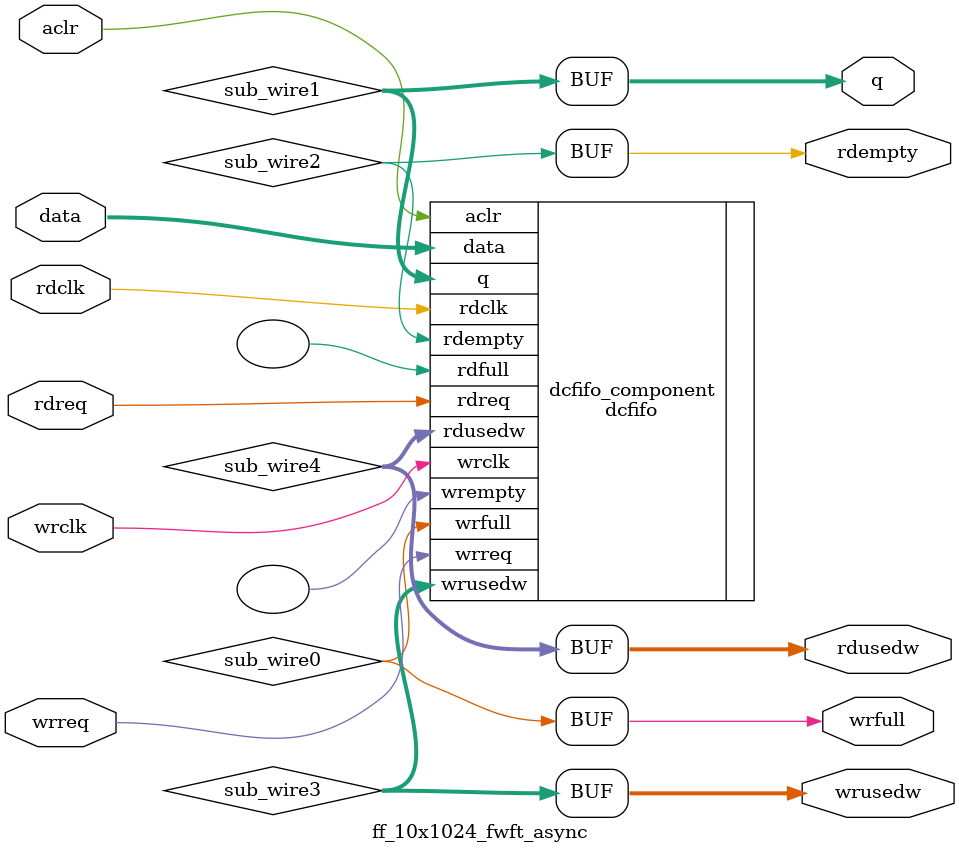
<source format=v>
module ff_10x1024_fwft_async (
	aclr,
	data,
	rdclk,
	rdreq,
	wrclk,
	wrreq,
	q,
	rdempty,
	rdusedw,
	wrfull,
	wrusedw);
	input	  aclr;
	input	[9:0]  data;
	input	  rdclk;
	input	  rdreq;
	input	  wrclk;
	input	  wrreq;
	output	[9:0]  q;
	output	  rdempty;
	output	[9:0]  rdusedw;
	output	  wrfull;
	output	[9:0]  wrusedw;
`ifndef ALTERA_RESERVED_QIS
// synopsys translate_off
`endif
	tri0	  aclr;
`ifndef ALTERA_RESERVED_QIS
// synopsys translate_on
`endif
	wire  sub_wire0;
	wire [9:0] sub_wire1;
	wire  sub_wire2;
	wire [9:0] sub_wire3;
	wire [9:0] sub_wire4;
	wire  wrfull = sub_wire0;
	wire [9:0] q = sub_wire1[9:0];
	wire  rdempty = sub_wire2;
	wire [9:0] wrusedw = sub_wire3[9:0];
	wire [9:0] rdusedw = sub_wire4[9:0];
	dcfifo	dcfifo_component (
				.rdclk (rdclk),
				.wrclk (wrclk),
				.wrreq (wrreq),
				.aclr (aclr),
				.data (data),
				.rdreq (rdreq),
				.wrfull (sub_wire0),
				.q (sub_wire1),
				.rdempty (sub_wire2),
				.wrusedw (sub_wire3),
				.rdusedw (sub_wire4),
				.rdfull (),
				.wrempty ());
	defparam
		dcfifo_component.intended_device_family = "Cyclone V",
		dcfifo_component.lpm_hint = "RAM_BLOCK_TYPE=M10K",
		dcfifo_component.lpm_numwords = 1024,
		dcfifo_component.lpm_showahead = "ON",
		dcfifo_component.lpm_type = "dcfifo",
		dcfifo_component.lpm_width = 10,
		dcfifo_component.lpm_widthu = 10,
		dcfifo_component.overflow_checking = "ON",
		dcfifo_component.rdsync_delaypipe = 4,
		dcfifo_component.read_aclr_synch = "ON",
		dcfifo_component.underflow_checking = "ON",
		dcfifo_component.use_eab = "ON",
		dcfifo_component.write_aclr_synch = "ON",
		dcfifo_component.wrsync_delaypipe = 4;
endmodule
</source>
